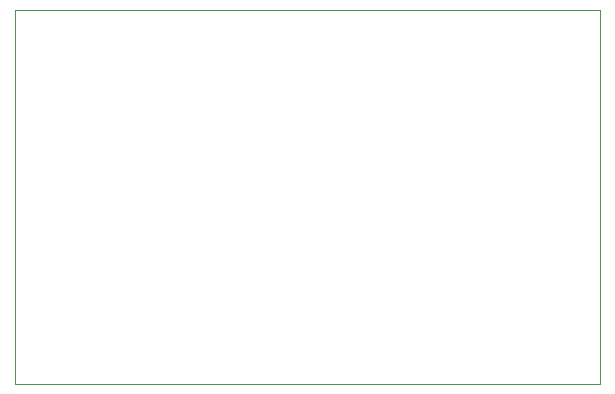
<source format=gbr>
%TF.GenerationSoftware,KiCad,Pcbnew,(6.0.7)*%
%TF.CreationDate,2023-04-27T19:06:36-04:00*%
%TF.ProjectId,sMeter Daughter Board v1,734d6574-6572-4204-9461-756768746572,rev?*%
%TF.SameCoordinates,Original*%
%TF.FileFunction,Profile,NP*%
%FSLAX46Y46*%
G04 Gerber Fmt 4.6, Leading zero omitted, Abs format (unit mm)*
G04 Created by KiCad (PCBNEW (6.0.7)) date 2023-04-27 19:06:36*
%MOMM*%
%LPD*%
G01*
G04 APERTURE LIST*
%TA.AperFunction,Profile*%
%ADD10C,0.100000*%
%TD*%
G04 APERTURE END LIST*
D10*
X65720000Y-92396000D02*
X115265000Y-92396000D01*
X115265000Y-92396000D02*
X115265000Y-124090000D01*
X115265000Y-124090000D02*
X65720000Y-124090000D01*
X65720000Y-124090000D02*
X65720000Y-92396000D01*
M02*

</source>
